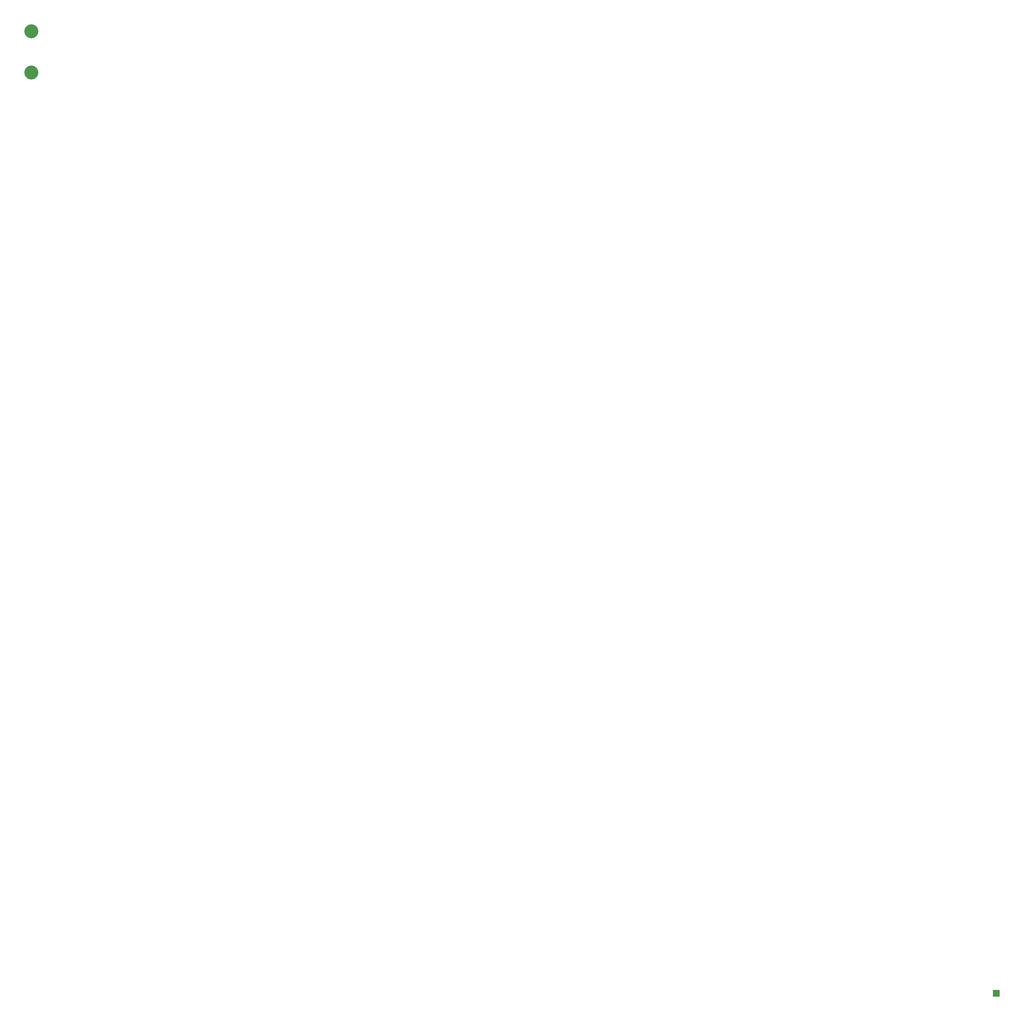
<source format=gbr>
%TF.GenerationSoftware,KiCad,Pcbnew,7.0.1-3b83917a11~172~ubuntu22.04.1*%
%TF.CreationDate,2023-12-10T14:45:00-05:00*%
%TF.ProjectId,coil_template_second,636f696c-5f74-4656-9d70-6c6174655f73,rev?*%
%TF.SameCoordinates,Original*%
%TF.FileFunction,Soldermask,Bot*%
%TF.FilePolarity,Negative*%
%FSLAX46Y46*%
G04 Gerber Fmt 4.6, Leading zero omitted, Abs format (unit mm)*
G04 Created by KiCad (PCBNEW 7.0.1-3b83917a11~172~ubuntu22.04.1) date 2023-12-10 14:45:00*
%MOMM*%
%LPD*%
G01*
G04 APERTURE LIST*
%ADD10C,10.160000*%
%ADD11R,5.000000X5.000000*%
G04 APERTURE END LIST*
D10*
%TO.C,J1*%
X45240000Y-75240000D03*
X45240000Y-45270000D03*
%TD*%
D11*
%TO.C,J1*%
X746566000Y-745022555D03*
%TD*%
M02*

</source>
